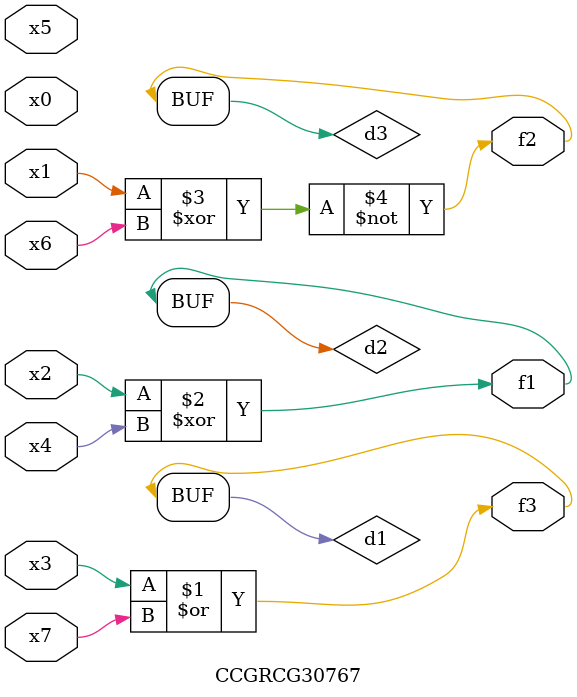
<source format=v>
module CCGRCG30767(
	input x0, x1, x2, x3, x4, x5, x6, x7,
	output f1, f2, f3
);

	wire d1, d2, d3;

	or (d1, x3, x7);
	xor (d2, x2, x4);
	xnor (d3, x1, x6);
	assign f1 = d2;
	assign f2 = d3;
	assign f3 = d1;
endmodule

</source>
